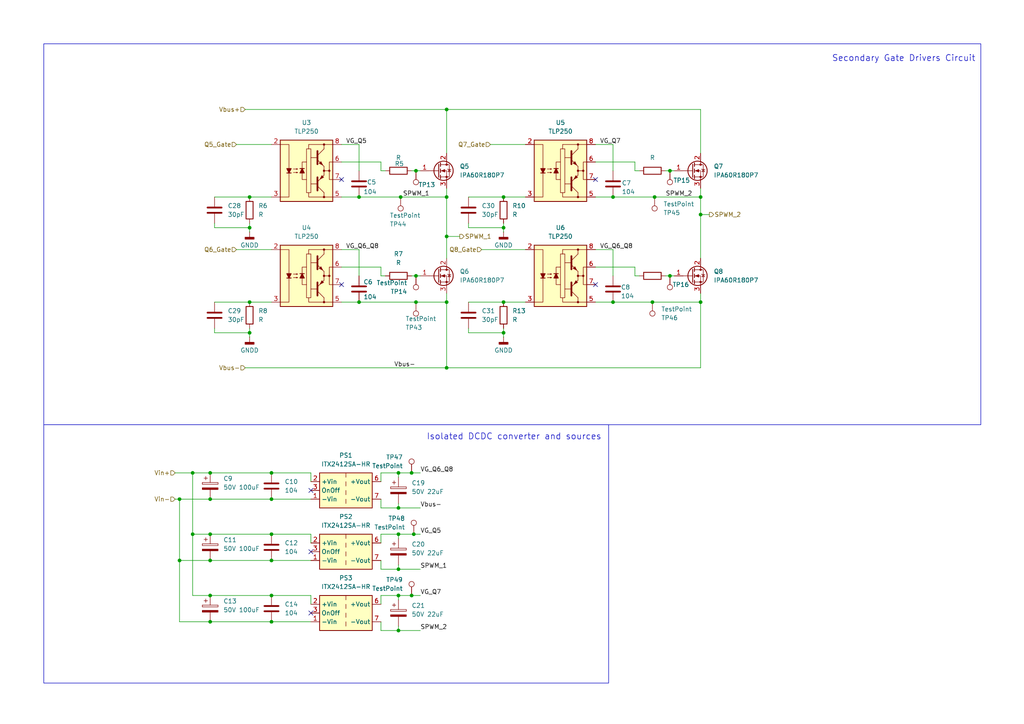
<source format=kicad_sch>
(kicad_sch (version 20250114) (generator "eeschema") (generator_version "9.0")
  (paper "A4")
  (title_block (title "Secondary Stage Gate Drive and Converter System") (date "2025-05-19"))
  (lib_symbols
    (symbol "Connector:TestPoint" (pin_numbers (hide yes)) (pin_names (offset 0.762) (hide yes))
      (property "Reference" "TP" (at 0 6.858 0))
      (property "Value" "TestPoint" (at 0 5.08 0))
      (symbol "TestPoint_0_1"
        (circle (center 0 3.302) (radius 0.762))
      )
      (symbol "TestPoint_1_1"
        (pin passive line (at 0 0 90) (length 2.54) (name "1") (number "1"))
      )
    )
    (symbol "Converter_DCDC:ITX2412SA-HR"
      (property "Reference" "PS" (at -7.62 6.35 0))
      (property "Value" "ITX2412SA-HR" (at 1.27 6.35 0))
      (symbol "ITX2412SA-HR_0_0"
        (pin power_in line (at -10.16 2.54 0) (length 2.54) (name "+Vin") (number "2"))
        (pin input line (at -10.16 0 0) (length 2.54) (name "OnOff") (number "3"))
        (pin power_in line (at -10.16 -2.54 0) (length 2.54) (name "-Vin") (number "1"))
        (pin no_connect line (at 0 5.08 270) (length 2.54) (hide yes) (name "NC") (number "5"))
        (pin no_connect line (at 7.62 0 180) (length 2.54) (hide yes) (name "NC") (number "8"))
        (pin power_out line (at 10.16 2.54 180) (length 2.54) (name "+Vout") (number "6"))
        (pin power_out line (at 10.16 -2.54 180) (length 2.54) (name "-Vout") (number "7"))
      )
      (symbol "ITX2412SA-HR_0_1"
        (rectangle (start -7.62 5.08) (end 7.62 -5.08) (stroke (width 0.254)) (fill (type background)))
        (polyline (pts (xy 0 5.08) (xy 0 3.81)))
        (polyline (pts (xy 0 2.54) (xy 0 1.27)))
        (polyline (pts (xy 0 0) (xy 0 -1.27)))
        (polyline (pts (xy 0 -2.54) (xy 0 -3.81)))
      )
    )
    (symbol "Device:C" (pin_numbers (hide yes)) (pin_names (offset 0.254))
      (property "Reference" "C" (at 0.635 2.54 0))
      (property "Value" "C" (at 0.635 -2.54 0))
      (symbol "C_0_1"
        (polyline (pts (xy -2.032 0.762) (xy 2.032 0.762)) (stroke (width 0.508)))
        (polyline (pts (xy -2.032 -0.762) (xy 2.032 -0.762)) (stroke (width 0.508)))
      )
      (symbol "C_1_1"
        (pin passive line (at 0 3.81 270) (length 2.794) (name "~") (number "1"))
        (pin passive line (at 0 -3.81 90) (length 2.794) (name "~") (number "2"))
      )
    )
    (symbol "Device:C_Polarized" (pin_numbers (hide yes)) (pin_names (offset 0.254))
      (property "Reference" "C" (at 0.635 2.54 0))
      (property "Value" "C_Polarized" (at 0.635 -2.54 0))
      (symbol "C_Polarized_0_1"
        (rectangle (start -2.286 0.508) (end 2.286 1.016))
        (polyline (pts (xy -1.778 2.286) (xy -0.762 2.286)))
        (polyline (pts (xy -1.27 2.794) (xy -1.27 1.778)))
        (rectangle (start 2.286 -0.508) (end -2.286 -1.016) (fill (type outline)))
      )
      (symbol "C_Polarized_1_1"
        (pin passive line (at 0 3.81 270) (length 2.794) (name "~") (number "1"))
        (pin passive line (at 0 -3.81 90) (length 2.794) (name "~") (number "2"))
      )
    )
    (symbol "Device:R" (pin_numbers (hide yes)) (pin_names (offset 0))
      (property "Reference" "R" (at 2.032 0 90))
      (property "Value" "R" (at 0 0 90))
      (symbol "R_0_1"
        (rectangle (start -1.016 -2.54) (end 1.016 2.54) (stroke (width 0.254)))
      )
      (symbol "R_1_1"
        (pin passive line (at 0 3.81 270) (length 1.27) (name "~") (number "1"))
        (pin passive line (at 0 -3.81 90) (length 1.27) (name "~") (number "2"))
      )
    )
    (symbol "Driver_FET:TLP250" (pin_names (hide yes))
      (property "Reference" "U" (at 0 12.7 0))
      (property "Value" "TLP250" (at 0 10.16 0))
      (symbol "TLP250_0_1"
        (rectangle (start -7.62 8.89) (end 7.62 -8.89) (stroke (width 0.254)) (fill (type background)))
        (polyline (pts (xy -7.62 7.62) (xy -5.08 7.62) (xy -5.08 -7.62) (xy -7.62 -7.62)))
        (polyline (pts (xy -5.715 -0.635) (xy -4.445 -0.635)) (stroke (width 0.254)))
        (polyline (pts (xy -5.08 -0.635) (xy -5.715 0.635) (xy -4.445 0.635) (xy -5.08 -0.635)) (stroke (width 0.254)) (fill (type outline)))
        (polyline (pts (xy -3.81 0.508) (xy -2.54 0.508) (xy -2.921 0.381) (xy -2.921 0.635) (xy -2.54 0.508)))
        (polyline (pts (xy -3.81 -0.508) (xy -2.54 -0.508) (xy -2.921 -0.635) (xy -2.921 -0.381) (xy -2.54 -0.508)))
        (polyline (pts (xy -1.27 0.635) (xy -1.27 2.54) (xy 0 2.54)))
        (polyline (pts (xy -1.27 0.635) (xy -0.635 -0.635) (xy -1.905 -0.635) (xy -1.27 0.635)) (stroke (width 0.254)) (fill (type outline)))
        (polyline (pts (xy -1.27 -0.635) (xy -1.27 -2.54) (xy 0 -2.54)))
        (polyline (pts (xy -0.635 0.635) (xy -1.905 0.635)) (stroke (width 0.254)))
        (rectangle (start 0.635 6.35) (end 0.635 7.62))
        (rectangle (start 0.635 6.35) (end 0.635 6.35))
        (polyline (pts (xy 0.635 -6.35) (xy 0.635 -7.62) (xy 7.62 -7.62)))
        (polyline (pts (xy 1.27 6.35) (xy 1.27 -6.35) (xy 0 -6.35) (xy 0 6.35) (xy 1.27 6.35)))
        (polyline (pts (xy 3.048 3.81) (xy 1.27 3.81)))
        (polyline (pts (xy 3.048 -3.81) (xy 1.27 -3.81)))
        (polyline (pts (xy 3.175 5.715) (xy 3.175 1.905) (xy 3.175 1.905)) (stroke (width 0.508)))
        (polyline (pts (xy 3.175 4.445) (xy 5.08 6.35)))
        (polyline (pts (xy 3.175 -4.445) (xy 5.08 -6.35)))
        (polyline (pts (xy 3.175 -5.715) (xy 3.175 -1.905) (xy 3.175 -1.905)) (stroke (width 0.508)))
        (polyline (pts (xy 3.683 2.159) (xy 4.191 2.667) (xy 4.699 1.651) (xy 3.683 2.159) (xy 3.683 2.159)) (fill (type outline)))
        (polyline (pts (xy 4.953 -1.905) (xy 4.445 -1.397) (xy 3.937 -2.413) (xy 4.953 -1.905) (xy 4.953 -1.905)) (fill (type outline)))
        (circle (center 5.08 7.62) (radius 0.254) (fill (type outline)))
        (polyline (pts (xy 5.08 6.35) (xy 5.08 7.62)))
        (polyline (pts (xy 5.08 1.27) (xy 3.175 3.175)) (fill (type outline)))
        (rectangle (start 5.08 1.27) (end 5.08 -1.27))
        (polyline (pts (xy 5.08 0) (xy 6.604 0)))
        (circle (center 5.08 0) (radius 0.254) (fill (type outline)))
        (polyline (pts (xy 5.08 -1.27) (xy 3.175 -3.175)) (fill (type outline)))
        (polyline (pts (xy 5.08 -6.35) (xy 5.08 -7.62)))
        (circle (center 5.08 -7.62) (radius 0.254) (fill (type outline)))
        (circle (center 6.604 0) (radius 0.254) (fill (type outline)))
        (polyline (pts (xy 7.62 7.62) (xy 0.635 7.62)))
        (polyline (pts (xy 7.62 2.54) (xy 6.604 2.54) (xy 6.604 -2.54) (xy 7.62 -2.54)))
      )
      (symbol "TLP250_1_1"
        (pin passive line (at -10.16 7.62 0) (length 2.54) (name "A") (number "2"))
        (pin passive line (at -10.16 -7.62 0) (length 2.54) (name "C") (number "3"))
        (pin no_connect line (at -7.62 2.54 0) (length 2.54) (hide yes) (name "NC") (number "1"))
        (pin no_connect line (at -7.62 -2.54 0) (length 2.54) (hide yes) (name "NC") (number "4"))
        (pin power_in line (at 10.16 7.62 180) (length 2.54) (name "VCC") (number "8"))
        (pin output line (at 10.16 2.54 180) (length 2.54) (name "VO") (number "6"))
        (pin output line (at 10.16 -2.54 180) (length 2.54) (name "VO") (number "7"))
        (pin power_in line (at 10.16 -7.62 180) (length 2.54) (name "VEE") (number "5"))
      )
    )
    (symbol "GB2:IPA60R180P7" (pin_names (hide yes))
      (property "Reference" "Q" (at 5.08 1.905 0))
      (property "Value" "IPA60R180P7" (at 5.08 0 0))
      (symbol "IPA60R180P7_0_1"
        (polyline (pts (xy 0.254 1.905) (xy 0.254 -1.905)) (stroke (width 0.254)))
        (polyline (pts (xy 0.254 0) (xy -2.54 0)))
        (polyline (pts (xy 0.762 2.286) (xy 0.762 1.27)) (stroke (width 0.254)))
        (polyline (pts (xy 0.762 0.508) (xy 0.762 -0.508)) (stroke (width 0.254)))
        (polyline (pts (xy 0.762 -1.27) (xy 0.762 -2.286)) (stroke (width 0.254)))
        (polyline (pts (xy 0.762 -1.778) (xy 3.302 -1.778) (xy 3.302 1.778) (xy 0.762 1.778)))
        (polyline (pts (xy 1.016 0) (xy 2.032 0.381) (xy 2.032 -0.381) (xy 1.016 0)) (fill (type outline)))
        (circle (center 1.651 0) (radius 2.794) (stroke (width 0.254)))
        (polyline (pts (xy 2.54 2.54) (xy 2.54 1.778)))
        (circle (center 2.54 1.778) (radius 0.254) (fill (type outline)))
        (circle (center 2.54 -1.778) (radius 0.254) (fill (type outline)))
        (polyline (pts (xy 2.54 -2.54) (xy 2.54 0) (xy 0.762 0)))
        (polyline (pts (xy 2.794 0.508) (xy 2.921 0.381) (xy 3.683 0.381) (xy 3.81 0.254)))
        (polyline (pts (xy 3.302 0.381) (xy 2.921 -0.254) (xy 3.683 -0.254) (xy 3.302 0.381)))
      )
      (symbol "IPA60R180P7_1_1"
        (pin input line (at -5.08 0 0) (length 2.54) (name "G") (number "1"))
        (pin passive line (at 2.54 5.08 270) (length 2.54) (name "D") (number "2"))
        (pin passive line (at 2.54 -5.08 90) (length 2.54) (name "S") (number "3"))
      )
    )
    (symbol "power:GNDD" (power) (pin_numbers (hide yes)) (pin_names (offset 0) (hide yes))
      (property "Value" "GNDD" (at 0 -3.175 0))
      (symbol "GNDD_0_1"
        (rectangle (start -1.27 -1.524) (end 1.27 -2.032) (stroke (width 0.254)) (fill (type outline)))
        (polyline (pts (xy 0 0) (xy 0 -1.524)))
      )
      (symbol "GNDD_1_1"
        (pin power_in line (at 0 0 270) (length 0) (name "~") (number "1"))
      )
    )
  )
  (rectangle (start 12.7 12.7) (end 284.48 123.19))
  (rectangle (start 12.7 123.19) (end 176.53 198.12))
  (text "Isolated DCDC converter and sources\n" (at 149.098 126.746 0) (effects (font (size 1.778 1.778))))
  (text "Secondary Gate Drivers Circuit" (at 262.128 17.018 0) (effects (font (size 1.778 1.778))))
  (junction (at 194.31 49.53))
  (junction (at 119.38 137.16))
  (junction (at 203.2 57.15))
  (junction (at 129.54 31.75))
  (junction (at 60.96 144.78))
  (junction (at 115.57 165.1))
  (junction (at 72.39 66.04))
  (junction (at 115.57 147.32))
  (junction (at 78.74 144.78))
  (junction (at 78.74 137.16))
  (junction (at 129.54 106.68))
  (junction (at 119.38 172.72))
  (junction (at 60.96 162.56))
  (junction (at 72.39 57.15))
  (junction (at 189.865 57.15))
  (junction (at 203.2 87.63))
  (junction (at 115.57 154.94))
  (junction (at 72.39 87.63))
  (junction (at 120.015 154.94))
  (junction (at 55.88 137.16))
  (junction (at 194.31 80.01))
  (junction (at 129.54 57.15))
  (junction (at 60.96 172.72))
  (junction (at 146.05 87.63))
  (junction (at 78.74 180.34))
  (junction (at 129.54 87.63))
  (junction (at 104.14 57.15))
  (junction (at 55.88 154.94))
  (junction (at 189.23 87.63))
  (junction (at 60.96 137.16))
  (junction (at 78.74 162.56))
  (junction (at 78.74 172.72))
  (junction (at 115.57 137.16))
  (junction (at 115.57 182.88))
  (junction (at 177.8 87.63))
  (junction (at 115.57 172.72))
  (junction (at 120.65 49.53))
  (junction (at 120.65 87.63))
  (junction (at 60.96 180.34))
  (junction (at 116.205 57.15))
  (junction (at 52.07 144.78))
  (junction (at 120.65 80.01))
  (junction (at 129.54 68.58))
  (junction (at 203.2 62.23))
  (junction (at 146.05 66.04))
  (junction (at 72.39 96.52))
  (junction (at 104.14 87.63))
  (junction (at 146.05 96.52))
  (junction (at 60.96 154.94))
  (junction (at 146.05 57.15))
  (junction (at 177.8 57.15))
  (junction (at 78.74 154.94))
  (junction (at 52.07 162.56))
  (no_connect (at 99.06 52.07))
  (no_connect (at 172.72 52.07))
  (no_connect (at 90.17 142.24))
  (no_connect (at 99.06 82.55))
  (no_connect (at 90.17 160.02))
  (no_connect (at 172.72 82.55))
  (no_connect (at 90.17 177.8))
  (wire (pts (xy 194.31 49.53) (xy 195.58 49.53)))
  (wire (pts (xy 90.17 157.48) (xy 90.17 154.94)))
  (wire (pts (xy 135.89 66.04) (xy 146.05 66.04)))
  (wire (pts (xy 184.15 49.53) (xy 185.42 49.53)))
  (wire (pts (xy 72.39 64.77) (xy 72.39 66.04)))
  (wire (pts (xy 115.57 146.05) (xy 115.57 147.32)))
  (wire (pts (xy 60.96 137.16) (xy 55.88 137.16)))
  (wire (pts (xy 110.49 154.94) (xy 110.49 157.48)))
  (wire (pts (xy 193.04 80.01) (xy 194.31 80.01)))
  (wire (pts (xy 60.96 154.94) (xy 78.74 154.94)))
  (wire (pts (xy 120.015 154.94) (xy 121.92 154.94)))
  (wire (pts (xy 115.57 137.16) (xy 119.38 137.16)))
  (wire (pts (xy 90.17 172.72) (xy 78.74 172.72)))
  (wire (pts (xy 135.89 96.52) (xy 146.05 96.52)))
  (wire (pts (xy 99.06 41.91) (xy 104.14 41.91)))
  (wire (pts (xy 116.205 57.15) (xy 129.54 57.15)))
  (wire (pts (xy 115.57 163.83) (xy 115.57 165.1)))
  (wire (pts (xy 203.2 87.63) (xy 203.2 106.68)))
  (wire (pts (xy 110.49 49.53) (xy 111.76 49.53)))
  (wire (pts (xy 55.88 172.72) (xy 60.96 172.72)))
  (wire (pts (xy 90.17 154.94) (xy 78.74 154.94)))
  (wire (pts (xy 90.17 175.26) (xy 90.17 172.72)))
  (wire (pts (xy 55.88 137.16) (xy 55.88 154.94)))
  (wire (pts (xy 55.88 154.94) (xy 60.96 154.94)))
  (wire (pts (xy 99.06 46.99) (xy 110.49 46.99)))
  (wire (pts (xy 60.96 162.56) (xy 78.74 162.56)))
  (wire (pts (xy 119.38 49.53) (xy 120.65 49.53)))
  (wire (pts (xy 110.49 165.1) (xy 110.49 162.56)))
  (wire (pts (xy 104.14 57.15) (xy 116.205 57.15)))
  (wire (pts (xy 110.49 137.16) (xy 115.57 137.16)))
  (wire (pts (xy 120.65 49.53) (xy 121.92 49.53)))
  (wire (pts (xy 90.17 137.16) (xy 78.74 137.16)))
  (wire (pts (xy 72.39 57.15) (xy 78.74 57.15)))
  (wire (pts (xy 104.14 87.63) (xy 120.65 87.63)))
  (wire (pts (xy 203.2 62.23) (xy 205.74 62.23)))
  (wire (pts (xy 139.7 72.39) (xy 152.4 72.39)))
  (wire (pts (xy 115.57 147.32) (xy 121.92 147.32)))
  (wire (pts (xy 99.06 77.47) (xy 110.49 77.47)))
  (wire (pts (xy 177.8 87.63) (xy 189.23 87.63)))
  (wire (pts (xy 60.96 144.78) (xy 78.74 144.78)))
  (wire (pts (xy 60.96 172.72) (xy 78.74 172.72)))
  (wire (pts (xy 55.88 137.16) (xy 50.8 137.16)))
  (wire (pts (xy 52.07 162.56) (xy 60.96 162.56)))
  (wire (pts (xy 110.49 147.32) (xy 110.49 144.78)))
  (wire (pts (xy 172.72 41.91) (xy 177.8 41.91)))
  (wire (pts (xy 62.23 66.04) (xy 72.39 66.04)))
  (wire (pts (xy 62.23 87.63) (xy 72.39 87.63)))
  (wire (pts (xy 62.23 96.52) (xy 72.39 96.52)))
  (wire (pts (xy 184.15 46.99) (xy 184.15 49.53)))
  (wire (pts (xy 146.05 87.63) (xy 152.4 87.63)))
  (wire (pts (xy 129.54 57.15) (xy 129.54 54.61)))
  (wire (pts (xy 115.57 182.88) (xy 121.92 182.88)))
  (wire (pts (xy 52.07 162.56) (xy 52.07 180.34)))
  (wire (pts (xy 146.05 96.52) (xy 146.05 97.79)))
  (wire (pts (xy 115.57 172.72) (xy 115.57 173.99)))
  (wire (pts (xy 129.54 31.75) (xy 71.12 31.75)))
  (wire (pts (xy 129.54 106.68) (xy 203.2 106.68)))
  (wire (pts (xy 110.49 172.72) (xy 110.49 175.26)))
  (wire (pts (xy 52.07 144.78) (xy 60.96 144.78)))
  (wire (pts (xy 72.39 96.52) (xy 72.39 97.79)))
  (wire (pts (xy 146.05 57.15) (xy 152.4 57.15)))
  (wire (pts (xy 99.06 57.15) (xy 104.14 57.15)))
  (wire (pts (xy 115.57 154.94) (xy 115.57 156.21)))
  (wire (pts (xy 110.49 182.88) (xy 110.49 180.34)))
  (wire (pts (xy 203.2 57.15) (xy 203.2 62.23)))
  (wire (pts (xy 177.8 57.15) (xy 189.865 57.15)))
  (wire (pts (xy 62.23 95.25) (xy 62.23 96.52)))
  (wire (pts (xy 177.8 41.91) (xy 177.8 49.53)))
  (wire (pts (xy 203.2 87.63) (xy 203.2 85.09)))
  (wire (pts (xy 135.89 57.15) (xy 146.05 57.15)))
  (wire (pts (xy 129.54 87.63) (xy 129.54 106.68)))
  (wire (pts (xy 177.8 72.39) (xy 177.8 80.01)))
  (wire (pts (xy 104.14 41.91) (xy 104.14 49.53)))
  (wire (pts (xy 203.2 44.45) (xy 203.2 31.75)))
  (wire (pts (xy 129.54 68.58) (xy 133.35 68.58)))
  (wire (pts (xy 172.72 72.39) (xy 177.8 72.39)))
  (wire (pts (xy 52.07 144.78) (xy 52.07 162.56)))
  (wire (pts (xy 203.2 62.23) (xy 203.2 74.93)))
  (wire (pts (xy 110.49 77.47) (xy 110.49 80.01)))
  (wire (pts (xy 135.89 95.25) (xy 135.89 96.52)))
  (wire (pts (xy 146.05 95.25) (xy 146.05 96.52)))
  (wire (pts (xy 146.05 64.77) (xy 146.05 66.04)))
  (wire (pts (xy 78.74 180.34) (xy 90.17 180.34)))
  (wire (pts (xy 99.06 87.63) (xy 104.14 87.63)))
  (wire (pts (xy 189.865 57.15) (xy 203.2 57.15)))
  (wire (pts (xy 78.74 144.78) (xy 90.17 144.78)))
  (wire (pts (xy 115.57 137.16) (xy 115.57 138.43)))
  (wire (pts (xy 194.31 80.01) (xy 195.58 80.01)))
  (wire (pts (xy 193.04 49.53) (xy 194.31 49.53)))
  (wire (pts (xy 115.57 165.1) (xy 121.92 165.1)))
  (wire (pts (xy 110.49 137.16) (xy 110.49 139.7)))
  (wire (pts (xy 120.65 80.01) (xy 121.92 80.01)))
  (wire (pts (xy 119.38 172.72) (xy 121.92 172.72)))
  (wire (pts (xy 78.74 162.56) (xy 90.17 162.56)))
  (wire (pts (xy 55.88 154.94) (xy 55.88 172.72)))
  (wire (pts (xy 129.54 68.58) (xy 129.54 74.93)))
  (wire (pts (xy 172.72 57.15) (xy 177.8 57.15)))
  (wire (pts (xy 119.38 137.16) (xy 121.92 137.16)))
  (wire (pts (xy 115.57 172.72) (xy 119.38 172.72)))
  (wire (pts (xy 104.14 72.39) (xy 104.14 80.01)))
  (wire (pts (xy 110.49 46.99) (xy 110.49 49.53)))
  (wire (pts (xy 68.58 72.39) (xy 78.74 72.39)))
  (wire (pts (xy 110.49 182.88) (xy 115.57 182.88)))
  (wire (pts (xy 62.23 64.77) (xy 62.23 66.04)))
  (wire (pts (xy 203.2 57.15) (xy 203.2 54.61)))
  (wire (pts (xy 60.96 180.34) (xy 78.74 180.34)))
  (wire (pts (xy 68.58 41.91) (xy 78.74 41.91)))
  (wire (pts (xy 72.39 87.63) (xy 78.74 87.63)))
  (wire (pts (xy 110.49 147.32) (xy 115.57 147.32)))
  (wire (pts (xy 189.23 87.63) (xy 203.2 87.63)))
  (wire (pts (xy 62.23 57.15) (xy 72.39 57.15)))
  (wire (pts (xy 110.49 80.01) (xy 111.76 80.01)))
  (wire (pts (xy 78.74 137.16) (xy 60.96 137.16)))
  (wire (pts (xy 120.65 87.63) (xy 129.54 87.63)))
  (wire (pts (xy 115.57 154.94) (xy 120.015 154.94)))
  (wire (pts (xy 203.2 31.75) (xy 129.54 31.75)))
  (wire (pts (xy 50.8 144.78) (xy 52.07 144.78)))
  (wire (pts (xy 110.49 172.72) (xy 115.57 172.72)))
  (wire (pts (xy 172.72 46.99) (xy 184.15 46.99)))
  (wire (pts (xy 142.24 41.91) (xy 152.4 41.91)))
  (wire (pts (xy 71.12 106.68) (xy 129.54 106.68)))
  (wire (pts (xy 99.06 72.39) (xy 104.14 72.39)))
  (wire (pts (xy 115.57 181.61) (xy 115.57 182.88)))
  (wire (pts (xy 129.54 57.15) (xy 129.54 68.58)))
  (wire (pts (xy 52.07 180.34) (xy 60.96 180.34)))
  (wire (pts (xy 129.54 44.45) (xy 129.54 31.75)))
  (wire (pts (xy 119.38 80.01) (xy 120.65 80.01)))
  (wire (pts (xy 146.05 66.04) (xy 146.05 67.31)))
  (wire (pts (xy 110.49 154.94) (xy 115.57 154.94)))
  (wire (pts (xy 110.49 165.1) (xy 115.57 165.1)))
  (wire (pts (xy 184.15 80.01) (xy 185.42 80.01)))
  (wire (pts (xy 72.39 95.25) (xy 72.39 96.52)))
  (wire (pts (xy 172.72 87.63) (xy 177.8 87.63)))
  (wire (pts (xy 90.17 139.7) (xy 90.17 137.16)))
  (wire (pts (xy 135.89 64.77) (xy 135.89 66.04)))
  (wire (pts (xy 129.54 87.63) (xy 129.54 85.09)))
  (wire (pts (xy 184.15 77.47) (xy 184.15 80.01)))
  (wire (pts (xy 72.39 66.04) (xy 72.39 67.31)))
  (wire (pts (xy 135.89 87.63) (xy 146.05 87.63)))
  (wire (pts (xy 172.72 77.47) (xy 184.15 77.47)))
  (label "VG_Q6_Q8" (at 173.99 72.39 0))
  (label "Vbus-" (at 114.3 106.68 0))
  (label "VG_Q7" (at 121.92 172.72 0))
  (label "SPWM_1" (at 116.84 57.15 0))
  (label "VG_Q7" (at 173.99 41.91 0))
  (label "VG_Q5" (at 100.33 41.91 0))
  (label "VG_Q6_Q8" (at 100.33 72.39 0))
  (label "SPWM_2" (at 193.04 57.15 0))
  (label "SPWM_1" (at 121.92 165.1 0))
  (label "SPWM_2" (at 121.92 182.88 0))
  (label "VG_Q5" (at 121.92 154.94 0))
  (label "Vbus-" (at 121.92 147.32 0))
  (label "VG_Q6_Q8" (at 121.92 137.16 0))
  (hierarchical_label "Vbus+" (shape input) (at 71.12 31.75 180))
  (hierarchical_label "Vin+" (shape input) (at 50.8 137.16 180))
  (hierarchical_label "Q6_Gate" (shape input) (at 68.58 72.39 180))
  (hierarchical_label "Vbus-" (shape input) (at 71.12 106.68 180))
  (hierarchical_label "Q7_Gate" (shape input) (at 142.24 41.91 180))
  (hierarchical_label "Vin-" (shape input) (at 50.8 144.78 180))
  (hierarchical_label "SPWM_2" (shape output) (at 205.74 62.23 0))
  (hierarchical_label "Q5_Gate" (shape input) (at 68.58 41.91 180))
  (hierarchical_label "SPWM_1" (shape output) (at 133.35 68.58 0))
  (hierarchical_label "Q8_Gate" (shape input) (at 139.7 72.39 180))
  (symbol (lib_id "Converter_DCDC:ITX2412SA-HR") (at 100.33 177.8 0) (unit 1)
    (property "Reference" "PS3" (at 100.33 167.64 0))
    (property "Value" "ITX2412SA-HR" (at 100.33 170.18 0))
    (property "Footprint" "Converter_DCDC:Converter_DCDC_XP_POWER-ITxxxxxS_THT" (effects (hide yes)))
    (property "Datasheet" "https://www.xppower.com/pdfs/SF_ITX.pdf" (effects (hide yes)))
    (property "Description" "XP Power 6W, 3000 VDC Isolated DC/DC Converter Module, Remote Control, Fully Regulated Single Output Voltage 12V, ±500mA, 24V Input Voltage, SIP" (effects (hide yes)))
  )
  (symbol (lib_id "GB2:IPA60R180P7") (at 200.66 49.53 0) (unit 1)
    (property "Reference" "Q7" (at 207.01 48.2599 0) (effects (justify left)))
    (property "Value" "IPA60R180P7" (at 207.01 50.7999 0) (effects (justify left)))
    (property "Footprint" "Package_TO_SOT_THT:TO-220-3_Vertical" (effects (hide yes)))
    (property "Datasheet" "https://www.vle.cam.ac.uk/pluginfile.php/5112411/mod_folder/content/0/2.%20Datasheet%20-%20600V%20MOSFET%20IPA60R180P7.pdf?forcedownload=1" (effects (hide yes)))
    (property "Description" "30A Id, 50V Vds, N-Channel Power MOSFET, TO-220" (effects (hide yes)))
  )
  (symbol (lib_id "Device:C_Polarized") (at 60.96 140.97 0) (unit 1)
    (property "Reference" "C9" (at 64.77 138.8109 0) (effects (justify left)))
    (property "Value" "50V 100uF" (at 64.77 141.3509 0) (effects (justify left)))
    (property "Footprint" "Capacitor_THT:CP_Radial_D10.0mm_P2.50mm_P5.00mm" (effects (hide yes)))
    (property "Description" "Polarized capacitor" (effects (hide yes)))
  )
  (symbol (lib_id "Device:C") (at 62.23 60.96 0) (unit 1)
    (property "Reference" "C28" (at 66.04 59.6899 0) (effects (justify left)))
    (property "Value" "30pF" (at 66.04 62.2299 0) (effects (justify left)))
    (property "Footprint" "Capacitor_THT:C_Disc_D3.4mm_W2.1mm_P2.50mm" (effects (hide yes)))
    (property "Description" "Unpolarized capacitor" (effects (hide yes)))
  )
  (symbol (lib_id "Device:R") (at 189.23 80.01 90) (unit 1)
    (property "Reference" "R12" (effects (hide yes)))
    (property "Value" "R" (effects (hide yes)))
    (property "Footprint" "Resistor_THT:R_Axial_DIN0204_L3.6mm_D1.6mm_P7.62mm_Horizontal" (effects (hide yes)))
    (property "Description" "Resistor" (effects (hide yes)))
  )
  (symbol (lib_id "power:GNDD") (at 72.39 97.79 0) (unit 1)
    (property "Reference" "#PWR04" (effects (hide yes)))
    (property "Value" "GNDD" (at 72.39 101.6 0))
    (property "Description" "Power symbol creates a global label with name \"GNDD\" , digital ground" (effects (hide yes)))
  )
  (symbol (lib_id "power:GNDD") (at 146.05 67.31 0) (unit 1)
    (property "Reference" "#PWR05" (effects (hide yes)))
    (property "Value" "GNDD" (at 146.05 71.12 0))
    (property "Description" "Power symbol creates a global label with name \"GNDD\" , digital ground" (effects (hide yes)))
  )
  (symbol (lib_id "Device:R") (at 146.05 60.96 180) (unit 1)
    (property "Reference" "R10" (at 148.59 59.6899 0) (effects (justify right)))
    (property "Value" "R" (at 148.59 62.2299 0) (effects (justify right)))
    (property "Footprint" "Resistor_THT:R_Axial_DIN0204_L3.6mm_D1.6mm_P7.62mm_Horizontal" (effects (hide yes)))
    (property "Description" "Resistor" (effects (hide yes)))
  )
  (symbol (lib_id "GB2:IPA60R180P7") (at 127 49.53 0) (unit 1)
    (property "Reference" "Q5" (at 133.35 48.2599 0) (effects (justify left)))
    (property "Value" "IPA60R180P7" (at 133.35 50.7999 0) (effects (justify left)))
    (property "Footprint" "Package_TO_SOT_THT:TO-220-3_Vertical" (effects (hide yes)))
    (property "Datasheet" "https://www.vle.cam.ac.uk/pluginfile.php/5112411/mod_folder/content/0/2.%20Datasheet%20-%20600V%20MOSFET%20IPA60R180P7.pdf?forcedownload=1" (effects (hide yes)))
    (property "Description" "30A Id, 50V Vds, N-Channel Power MOSFET, TO-220" (effects (hide yes)))
  )
  (symbol (lib_id "Device:C_Polarized") (at 115.57 177.8 0) (unit 1)
    (property "Reference" "C21" (at 119.38 175.6409 0) (effects (justify left)))
    (property "Value" "50V 22uF" (at 119.38 178.1809 0) (effects (justify left)))
    (property "Footprint" "Capacitor_THT:CP_Radial_D5.0mm_P2.00mm" (effects (hide yes)))
    (property "Description" "Polarized capacitor" (effects (hide yes)))
  )
  (symbol (lib_id "Connector:TestPoint") (at 189.23 87.63 0) (mirror x) (unit 1)
    (property "Reference" "TP46" (at 191.77 92.2021 0) (effects (justify left)))
    (property "Value" "TestPoint" (at 191.77 89.6621 0) (effects (justify left)))
    (property "Footprint" "Connector_Pin:Pin_D1.0mm_L10.0mm" (effects (hide yes)))
    (property "Description" "test point" (effects (hide yes)))
  )
  (symbol (lib_id "GB2:IPA60R180P7") (at 200.66 80.01 0) (unit 1)
    (property "Reference" "Q8" (at 207.01 78.7399 0) (effects (justify left)))
    (property "Value" "IPA60R180P7" (at 207.01 81.2799 0) (effects (justify left)))
    (property "Footprint" "Package_TO_SOT_THT:TO-220-3_Vertical" (effects (hide yes)))
    (property "Datasheet" "https://www.vle.cam.ac.uk/pluginfile.php/5112411/mod_folder/content/0/2.%20Datasheet%20-%20600V%20MOSFET%20IPA60R180P7.pdf?forcedownload=1" (effects (hide yes)))
    (property "Description" "30A Id, 50V Vds, N-Channel Power MOSFET, TO-220" (effects (hide yes)))
  )
  (symbol (lib_id "Connector:TestPoint") (at 116.205 57.15 0) (mirror x) (unit 1)
    (property "Reference" "TP44" (at 113.03 65.024 0) (effects (justify left)))
    (property "Value" "TestPoint" (at 113.03 62.484 0) (effects (justify left)))
    (property "Footprint" "Connector_Pin:Pin_D1.0mm_L10.0mm" (effects (hide yes)))
    (property "Description" "test point" (effects (hide yes)))
  )
  (symbol (lib_id "Converter_DCDC:ITX2412SA-HR") (at 100.33 160.02 0) (unit 1)
    (property "Reference" "PS2" (at 100.33 149.86 0))
    (property "Value" "ITX2412SA-HR" (at 100.33 152.4 0))
    (property "Footprint" "Converter_DCDC:Converter_DCDC_XP_POWER-ITxxxxxS_THT" (effects (hide yes)))
    (property "Datasheet" "https://www.xppower.com/pdfs/SF_ITX.pdf" (effects (hide yes)))
    (property "Description" "XP Power 6W, 3000 VDC Isolated DC/DC Converter Module, Remote Control, Fully Regulated Single Output Voltage 12V, ±500mA, 24V Input Voltage, SIP" (effects (hide yes)))
  )
  (symbol (lib_id "Device:C_Polarized") (at 60.96 176.53 0) (unit 1)
    (property "Reference" "C13" (at 64.77 174.3709 0) (effects (justify left)))
    (property "Value" "50V 100uF" (at 64.77 176.9109 0) (effects (justify left)))
    (property "Footprint" "Capacitor_THT:CP_Radial_D10.0mm_P2.50mm_P5.00mm" (effects (hide yes)))
    (property "Description" "Polarized capacitor" (effects (hide yes)))
  )
  (symbol (lib_id "Connector:TestPoint") (at 120.65 80.01 180) (unit 1)
    (property "Reference" "TP14" (at 118.11 84.5821 0) (effects (justify left)))
    (property "Value" "TestPoint" (at 118.11 82.0421 0) (effects (justify left)))
    (property "Footprint" "Connector_Pin:Pin_D1.0mm_L10.0mm" (effects (hide yes)))
    (property "Description" "test point" (effects (hide yes)))
  )
  (symbol (lib_id "Connector:TestPoint") (at 120.65 49.53 180) (unit 1)
    (property "Reference" "TP13" (at 126.238 53.594 0) (effects (justify left)))
    (property "Value" "TestPoint" (effects (hide yes)))
    (property "Footprint" "Connector_Pin:Pin_D1.0mm_L10.0mm" (effects (hide yes)))
    (property "Description" "test point" (effects (hide yes)))
  )
  (symbol (lib_id "Device:R") (at 115.57 80.01 90) (unit 1)
    (property "Reference" "R7" (at 115.57 73.66 90))
    (property "Value" "R" (at 115.57 76.2 90))
    (property "Footprint" "Resistor_THT:R_Axial_DIN0204_L3.6mm_D1.6mm_P7.62mm_Horizontal" (effects (hide yes)))
    (property "Description" "Resistor" (effects (hide yes)))
  )
  (symbol (lib_id "power:GNDD") (at 72.39 67.31 0) (unit 1)
    (property "Reference" "#PWR03" (effects (hide yes)))
    (property "Value" "GNDD" (at 72.39 71.12 0))
    (property "Description" "Power symbol creates a global label with name \"GNDD\" , digital ground" (effects (hide yes)))
  )
  (symbol (lib_id "Device:C") (at 62.23 91.44 0) (unit 1)
    (property "Reference" "C29" (at 66.04 90.1699 0) (effects (justify left)))
    (property "Value" "30pF" (at 66.04 92.7099 0) (effects (justify left)))
    (property "Footprint" "Capacitor_THT:C_Disc_D3.4mm_W2.1mm_P2.50mm" (effects (hide yes)))
    (property "Description" "Unpolarized capacitor" (effects (hide yes)))
  )
  (symbol (lib_id "GB2:IPA60R180P7") (at 127 80.01 0) (unit 1)
    (property "Reference" "Q6" (at 133.35 78.7399 0) (effects (justify left)))
    (property "Value" "IPA60R180P7" (at 133.35 81.2799 0) (effects (justify left)))
    (property "Footprint" "Package_TO_SOT_THT:TO-220-3_Vertical" (effects (hide yes)))
    (property "Datasheet" "https://www.vle.cam.ac.uk/pluginfile.php/5112411/mod_folder/content/0/2.%20Datasheet%20-%20600V%20MOSFET%20IPA60R180P7.pdf?forcedownload=1" (effects (hide yes)))
    (property "Description" "30A Id, 50V Vds, N-Channel Power MOSFET, TO-220" (effects (hide yes)))
  )
  (symbol (lib_id "power:GNDD") (at 146.05 97.79 0) (unit 1)
    (property "Reference" "#PWR06" (effects (hide yes)))
    (property "Value" "GNDD" (at 146.05 101.6 0))
    (property "Description" "Power symbol creates a global label with name \"GNDD\" , digital ground" (effects (hide yes)))
  )
  (symbol (lib_id "Driver_FET:TLP250") (at 162.56 49.53 0) (unit 1)
    (property "Reference" "U5" (at 162.56 35.56 0))
    (property "Value" "TLP250" (at 162.56 38.1 0))
    (property "Footprint" "Package_DIP:DIP-8_W7.62mm" (effects (hide yes)))
    (property "Datasheet" "http://toshiba.semicon-storage.com/info/docget.jsp?did=16821&prodName=TLP250" (effects (hide yes)))
    (property "Description" "Gate Drive Optocoupler, Output Current 1.5/1.5A, DIP-8" (effects (hide yes)))
  )
  (symbol (lib_id "Device:C") (at 104.14 83.82 0) (unit 1)
    (property "Reference" "C6" (at 105.41 81.788 0) (effects (justify left)))
    (property "Value" "104" (at 105.41 86.106 0) (effects (justify left)))
    (property "Footprint" "Capacitor_THT:C_Disc_D7.0mm_W2.5mm_P5.00mm" (effects (hide yes)))
    (property "Description" "Unpolarized capacitor" (effects (hide yes)))
  )
  (symbol (lib_id "Driver_FET:TLP250") (at 88.9 80.01 0) (unit 1)
    (property "Reference" "U4" (at 88.9 66.04 0))
    (property "Value" "TLP250" (at 88.9 68.58 0))
    (property "Footprint" "Package_DIP:DIP-8_W7.62mm" (effects (hide yes)))
    (property "Datasheet" "http://toshiba.semicon-storage.com/info/docget.jsp?did=16821&prodName=TLP250" (effects (hide yes)))
    (property "Description" "Gate Drive Optocoupler, Output Current 1.5/1.5A, DIP-8" (effects (hide yes)))
  )
  (symbol (lib_id "Device:C") (at 135.89 60.96 0) (unit 1)
    (property "Reference" "C30" (at 139.7 59.6899 0) (effects (justify left)))
    (property "Value" "30pF" (at 139.7 62.2299 0) (effects (justify left)))
    (property "Footprint" "Capacitor_THT:C_Disc_D3.4mm_W2.1mm_P2.50mm" (effects (hide yes)))
    (property "Description" "Unpolarized capacitor" (effects (hide yes)))
  )
  (symbol (lib_id "Device:R") (at 189.23 49.53 90) (unit 1)
    (property "Reference" "R9" (effects (hide yes)))
    (property "Value" "R" (at 189.23 45.72 90))
    (property "Footprint" "Resistor_THT:R_Axial_DIN0204_L3.6mm_D1.6mm_P7.62mm_Horizontal" (effects (hide yes)))
    (property "Description" "Resistor" (effects (hide yes)))
  )
  (symbol (lib_id "Connector:TestPoint") (at 189.865 57.15 0) (mirror x) (unit 1)
    (property "Reference" "TP45" (at 192.405 61.7221 0) (effects (justify left)))
    (property "Value" "TestPoint" (at 192.405 59.1821 0) (effects (justify left)))
    (property "Footprint" "Connector_Pin:Pin_D1.0mm_L10.0mm" (effects (hide yes)))
    (property "Description" "test point" (effects (hide yes)))
  )
  (symbol (lib_id "Device:R") (at 146.05 91.44 180) (unit 1)
    (property "Reference" "R13" (at 148.59 90.1699 0) (effects (justify right)))
    (property "Value" "R" (at 148.59 92.7099 0) (effects (justify right)))
    (property "Footprint" "Resistor_THT:R_Axial_DIN0204_L3.6mm_D1.6mm_P7.62mm_Horizontal" (effects (hide yes)))
    (property "Description" "Resistor" (effects (hide yes)))
  )
  (symbol (lib_id "Driver_FET:TLP250") (at 162.56 80.01 0) (unit 1)
    (property "Reference" "U6" (at 162.56 66.04 0))
    (property "Value" "TLP250" (at 162.56 68.58 0))
    (property "Footprint" "Package_DIP:DIP-8_W7.62mm" (effects (hide yes)))
    (property "Datasheet" "http://toshiba.semicon-storage.com/info/docget.jsp?did=16821&prodName=TLP250" (effects (hide yes)))
    (property "Description" "Gate Drive Optocoupler, Output Current 1.5/1.5A, DIP-8" (effects (hide yes)))
  )
  (symbol (lib_id "Device:C") (at 104.14 53.34 0) (unit 1)
    (property "Reference" "C5" (at 106.426 52.832 0) (effects (justify left)))
    (property "Value" "104" (at 105.41 55.626 0) (effects (justify left)))
    (property "Footprint" "Capacitor_THT:C_Disc_D7.0mm_W2.5mm_P5.00mm" (effects (hide yes)))
    (property "Description" "Unpolarized capacitor" (effects (hide yes)))
  )
  (symbol (lib_id "Device:R") (at 115.57 49.53 90) (unit 1)
    (property "Reference" "R5" (at 115.824 47.498 90))
    (property "Value" "R" (at 115.57 45.72 90))
    (property "Footprint" "Resistor_THT:R_Axial_DIN0204_L3.6mm_D1.6mm_P7.62mm_Horizontal" (effects (hide yes)))
    (property "Description" "Resistor" (effects (hide yes)))
  )
  (symbol (lib_id "Device:C") (at 78.74 158.75 0) (unit 1)
    (property "Reference" "C12" (at 82.55 157.4799 0) (effects (justify left)))
    (property "Value" "104" (at 82.55 160.0199 0) (effects (justify left)))
    (property "Footprint" "Capacitor_THT:C_Disc_D7.0mm_W2.5mm_P5.00mm" (effects (hide yes)))
    (property "Description" "Unpolarized capacitor" (effects (hide yes)))
  )
  (symbol (lib_id "Device:R") (at 72.39 91.44 180) (unit 1)
    (property "Reference" "R8" (at 74.93 90.1699 0) (effects (justify right)))
    (property "Value" "R" (at 74.93 92.7099 0) (effects (justify right)))
    (property "Footprint" "Resistor_THT:R_Axial_DIN0204_L3.6mm_D1.6mm_P7.62mm_Horizontal" (effects (hide yes)))
    (property "Description" "Resistor" (effects (hide yes)))
  )
  (symbol (lib_id "Device:C") (at 177.8 53.34 0) (unit 1)
    (property "Reference" "C7" (at 180.34 53.086 0) (effects (justify left)))
    (property "Value" "104" (at 180.34 55.626 0) (effects (justify left)))
    (property "Footprint" "Capacitor_THT:C_Disc_D7.0mm_W2.5mm_P5.00mm" (effects (hide yes)))
    (property "Description" "Unpolarized capacitor" (effects (hide yes)))
  )
  (symbol (lib_id "Device:C") (at 78.74 176.53 0) (unit 1)
    (property "Reference" "C14" (at 82.55 175.2599 0) (effects (justify left)))
    (property "Value" "104" (at 82.55 177.7999 0) (effects (justify left)))
    (property "Footprint" "Capacitor_THT:C_Disc_D7.0mm_W2.5mm_P5.00mm" (effects (hide yes)))
    (property "Description" "Unpolarized capacitor" (effects (hide yes)))
  )
  (symbol (lib_id "Device:C_Polarized") (at 115.57 142.24 0) (unit 1)
    (property "Reference" "C19" (at 119.38 140.0809 0) (effects (justify left)))
    (property "Value" "50V 22uF" (at 119.38 142.6209 0) (effects (justify left)))
    (property "Footprint" "Capacitor_THT:CP_Radial_D5.0mm_P2.00mm" (effects (hide yes)))
    (property "Description" "Polarized capacitor" (effects (hide yes)))
  )
  (symbol (lib_id "Device:C_Polarized") (at 60.96 158.75 0) (unit 1)
    (property "Reference" "C11" (at 64.77 156.5909 0) (effects (justify left)))
    (property "Value" "50V 100uF" (at 64.77 159.1309 0) (effects (justify left)))
    (property "Footprint" "Capacitor_THT:CP_Radial_D10.0mm_P2.50mm_P5.00mm" (effects (hide yes)))
    (property "Description" "Polarized capacitor" (effects (hide yes)))
  )
  (symbol (lib_id "Device:C") (at 177.8 83.82 0) (unit 1)
    (property "Reference" "C8" (at 180.086 83.312 0) (effects (justify left)))
    (property "Value" "104" (at 180.086 85.852 0) (effects (justify left)))
    (property "Footprint" "Capacitor_THT:C_Disc_D7.0mm_W2.5mm_P5.00mm" (effects (hide yes)))
    (property "Description" "Unpolarized capacitor" (effects (hide yes)))
  )
  (symbol (lib_id "Connector:TestPoint") (at 194.31 49.53 180) (unit 1)
    (property "Reference" "TP15" (at 200.152 52.324 0) (effects (justify left)))
    (property "Value" "TestPoint" (effects (hide yes)))
    (property "Footprint" "Connector_Pin:Pin_D1.0mm_L10.0mm" (effects (hide yes)))
    (property "Description" "test point" (effects (hide yes)))
  )
  (symbol (lib_id "Device:R") (at 72.39 60.96 180) (unit 1)
    (property "Reference" "R6" (at 74.93 59.6899 0) (effects (justify right)))
    (property "Value" "R" (at 74.93 62.2299 0) (effects (justify right)))
    (property "Footprint" "Resistor_THT:R_Axial_DIN0204_L3.6mm_D1.6mm_P7.62mm_Horizontal" (effects (hide yes)))
    (property "Description" "Resistor" (effects (hide yes)))
  )
  (symbol (lib_id "Device:C") (at 78.74 140.97 0) (unit 1)
    (property "Reference" "C10" (at 82.55 139.6999 0) (effects (justify left)))
    (property "Value" "104" (at 82.55 142.2399 0) (effects (justify left)))
    (property "Footprint" "Capacitor_THT:C_Disc_D7.0mm_W2.5mm_P5.00mm" (effects (hide yes)))
    (property "Description" "Unpolarized capacitor" (effects (hide yes)))
  )
  (symbol (lib_id "Connector:TestPoint") (at 194.31 80.01 180) (unit 1)
    (property "Reference" "TP16" (at 199.898 82.55 0) (effects (justify left)))
    (property "Value" "TestPoint" (effects (hide yes)))
    (property "Footprint" "Connector_Pin:Pin_D1.0mm_L10.0mm" (effects (hide yes)))
    (property "Description" "test point" (effects (hide yes)))
  )
  (symbol (lib_id "Connector:TestPoint") (at 120.65 87.63 0) (mirror x) (unit 1)
    (property "Reference" "TP43" (at 117.602 94.996 0) (effects (justify left)))
    (property "Value" "TestPoint" (at 117.602 92.456 0) (effects (justify left)))
    (property "Footprint" "Connector_Pin:Pin_D1.0mm_L10.0mm" (effects (hide yes)))
    (property "Description" "test point" (effects (hide yes)))
  )
  (symbol (lib_id "Device:C_Polarized") (at 115.57 160.02 0) (unit 1)
    (property "Reference" "C20" (at 119.38 157.8609 0) (effects (justify left)))
    (property "Value" "50V 22uF" (at 119.38 160.4009 0) (effects (justify left)))
    (property "Footprint" "Capacitor_THT:CP_Radial_D5.0mm_P2.00mm" (effects (hide yes)))
    (property "Description" "Polarized capacitor" (effects (hide yes)))
  )
  (symbol (lib_id "Device:C") (at 135.89 91.44 0) (unit 1)
    (property "Reference" "C31" (at 139.7 90.1699 0) (effects (justify left)))
    (property "Value" "30pF" (at 139.7 92.7099 0) (effects (justify left)))
    (property "Footprint" "Capacitor_THT:C_Disc_D3.4mm_W2.1mm_P2.50mm" (effects (hide yes)))
    (property "Description" "Unpolarized capacitor" (effects (hide yes)))
  )
  (symbol (lib_id "Driver_FET:TLP250") (at 88.9 49.53 0) (unit 1)
    (property "Reference" "U3" (at 88.9 35.56 0))
    (property "Value" "TLP250" (at 88.9 38.1 0))
    (property "Footprint" "Package_DIP:DIP-8_W7.62mm" (effects (hide yes)))
    (property "Datasheet" "http://toshiba.semicon-storage.com/info/docget.jsp?did=16821&prodName=TLP250" (effects (hide yes)))
    (property "Description" "Gate Drive Optocoupler, Output Current 1.5/1.5A, DIP-8" (effects (hide yes)))
  )
  (symbol (lib_id "Converter_DCDC:ITX2412SA-HR") (at 100.33 142.24 0) (unit 1)
    (property "Reference" "PS1" (at 100.33 132.08 0))
    (property "Value" "ITX2412SA-HR" (at 100.33 134.62 0))
    (property "Footprint" "Converter_DCDC:Converter_DCDC_XP_POWER-ITxxxxxS_THT" (effects (hide yes)))
    (property "Datasheet" "https://www.xppower.com/pdfs/SF_ITX.pdf" (effects (hide yes)))
    (property "Description" "XP Power 6W, 3000 VDC Isolated DC/DC Converter Module, Remote Control, Fully Regulated Single Output Voltage 12V, ±500mA, 24V Input Voltage, SIP" (effects (hide yes)))
  )
  (symbol (lib_id "Connector:TestPoint") (at 119.38 172.72 0) (mirror y) (unit 1)
    (property "Reference" "TP49" (at 116.84 168.1479 0) (effects (justify left)))
    (property "Value" "TestPoint" (at 116.84 170.6879 0) (effects (justify left)))
    (property "Footprint" "Connector_Pin:Pin_D1.0mm_L10.0mm" (effects (hide yes)))
    (property "Description" "test point" (effects (hide yes)))
  )
  (symbol (lib_id "Connector:TestPoint") (at 119.38 137.16 0) (mirror y) (unit 1)
    (property "Reference" "TP47" (at 116.84 132.5879 0) (effects (justify left)))
    (property "Value" "TestPoint" (at 116.84 135.1279 0) (effects (justify left)))
    (property "Footprint" "Connector_Pin:Pin_D1.0mm_L10.0mm" (effects (hide yes)))
    (property "Description" "test point" (effects (hide yes)))
  )
  (symbol (lib_id "Connector:TestPoint") (at 120.015 154.94 0) (mirror y) (unit 1)
    (property "Reference" "TP48" (at 117.475 150.3679 0) (effects (justify left)))
    (property "Value" "TestPoint" (at 117.475 152.9079 0) (effects (justify left)))
    (property "Footprint" "Connector_Pin:Pin_D1.0mm_L10.0mm" (effects (hide yes)))
    (property "Description" "test point" (effects (hide yes)))
  )
)
</source>
